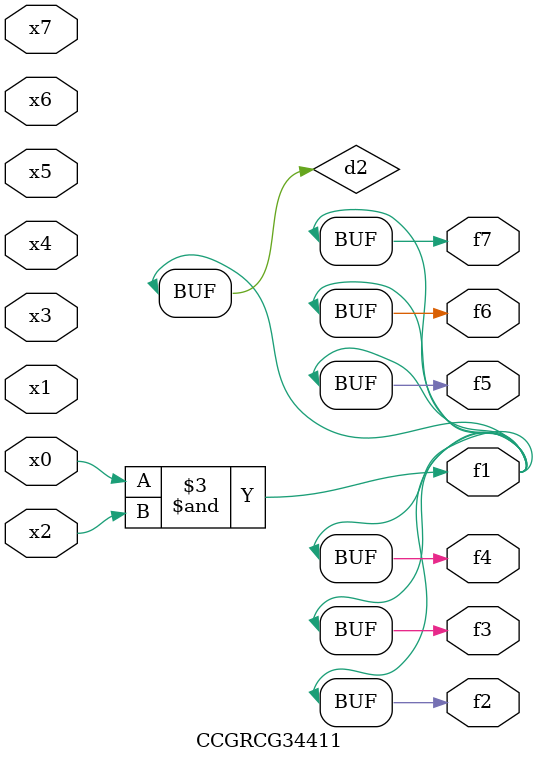
<source format=v>
module CCGRCG34411(
	input x0, x1, x2, x3, x4, x5, x6, x7,
	output f1, f2, f3, f4, f5, f6, f7
);

	wire d1, d2;

	nor (d1, x3, x6);
	and (d2, x0, x2);
	assign f1 = d2;
	assign f2 = d2;
	assign f3 = d2;
	assign f4 = d2;
	assign f5 = d2;
	assign f6 = d2;
	assign f7 = d2;
endmodule

</source>
